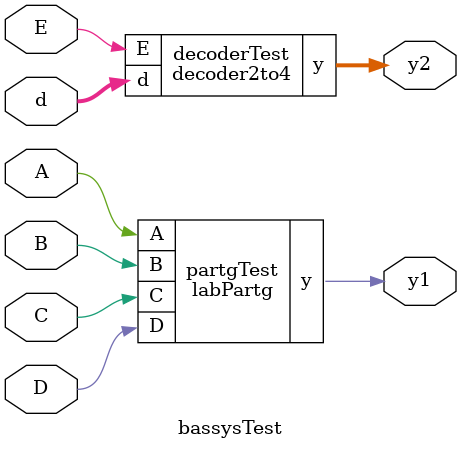
<source format=sv>
`timescale 1ns/1ps
module decoder1to2 (input logic d, E, output logic y0, y1);

    always @(d, E) 
        begin
           y0<=d&E; 
           y1<=~d&E;    
        end

endmodule

//And a testbench for it.
`timescale 1ns/1ps
module testDecoder1to2();
    logic d, E;
    logic y0,y1;

    decoder1to2 uut(d, E, y0, y1);
    initial begin
        E=0; d=0; #10;
        d=1; #10;
        E=1; d=0; #10;
        d=1; #10;
    end

endmodule

//c) Structural SystemVerilog module for a 2-to-4 decoder (including enable signal) 
//using three 1-to-2 decoders. 
`timescale 1ns/1ps
module decoder2to4 (input logic [1:0] d, input logic E, output logic [3:0] y);

    logic [1:0] second;
    
    decoder1to2 decoder0(d[0], E, second[0], second[1]); 
    decoder1to2 decoder1(d[1], second[0], y[0], y[1]); 
    decoder1to2 decoder2(d[1], second[1], y[2], y[3]);
             
endmodule

//And a testbench for it.
`timescale 1ns/1ps
module testDecoder2to4();

    logic [1:0] d;
    logic E;
    logic [3:0] y;

    decoder2to4 uut(d, E, y);
    initial begin
        E=0; d[0]=0; d[1]=0; #10;
        d[0]=1; d[1]=0; #10;
        d[0]=0; d[1]=1; #10;
        d[0]=1; d[1]=1; #10;
        E=1; d[0]=0; d[1]=0; #10;
        d[0]=1; d[1]=0; #10;
        d[0]=0; d[1]=1; #10;
        d[0]=1; d[1]=1; #10;
    end

endmodule

//d) Behavioral SystemVerilog module for a 2-to-1 multiplexer.
`timescale 1ns/1ps
module mux2 (input logic d0, d1, s, output logic y);

    always@(d0, d1, s)
        begin
            if(s==0) y<=d0;
            else y<=d1;
        end

endmodule

//e) Structural SystemVerilog module for a 4-to-1 multiplexer using three 2-to-1 
//multiplexers. 
`timescale 1ns/1ps
module mux4 (input d0,d1,d2,d3,s0,s1,output logic y );

    logic second0, second1;
    mux2 mux2_1(d0, d1, s0, second0);
    mux2 mux2_2(d2, d3, s0, second1);
    mux2 mux2_3(second0, second1, s1, y);

endmodule

//And a testbench for it.
`timescale 1ns/1ps
module testMux4();

    logic d0, d1, d2,d3,s0,s1;
    logic y;

    mux4 uut(d0, d1, d2,d3,s0,s1,y);
    initial begin
        d0=0; d1=0;d2=0;d3=0;
        s0=0; s1=0; d0=1; #10; d0=0;
        s0=1; d1=1; #10; d1=0;
        s1=1; s0=0; d2=1; #10; d2=0;
        s0=1; d3=1; #10; 
    end

endmodule

//f) Structural System Verilog module of 8-to-1 MUX by using two
//4-to-1 MUX modules, two AND gates, an INVERTER, and an OR gate.
`timescale 1ns/1ps
module mux8 (input logic d0,d1,d2,d3,d4,d5,d6,d7,s0,s1,s2,output logic y);

    logic first, second, w1, w2, s2inv;

    mux4 mux4_1( d0,d1,d2,d3,s0,s1, first);
    mux4 mux4_2(d4,d5,d6,d7,s0,s1 , second);
    not inv0(s2inv,s2);
    and and0(w1, s2inv, first);
    and and1(w2, s2, second);
    or or0(y, w1, w2);

endmodule

//And a testbench for it.
`timescale 1ns/1ps
module testMux8();

    logic d0,d1,d2,d3,d4,d5,d6,d7,s0,s1,s2;
    logic y;

    mux8 uut(d0,d1,d2,d3,d4,d5,d6,d7,s0,s1,s2, y);
    initial begin
        d0=0;d1=0;d2=0;d3=0;d4=0;d5=0;d6=0;d7=0;
        s0=0;s1=0;s2=0; d0=1; #10; d0=0;
        s0=1; d1=1; #10; d1=0;
        s1=1; s0=0; d2=1; #10; d2=0;
        s0=1; d3=1; #10; d3=0;
        s2=1; s0=0; s1=0; d4=1; #10; d4=0;
        s2=1; s0=1; s1=0; d5=1; #10; d5=0;
        s2=1; s0=0; s1=1; d6=1; #10; d6=0;
        s2=1; s0=1; s1=1; d7=1; #10; d7=0;

    end

endmodule

//g) SystemVerilog module for the function F, using only one 8-to1 multiplexer 
//and an INVERTER (if you wish).
module labPartg(input logic A, B, C, D, output logic y);

    logic k;
    
    not not0(k,C);
    mux8 mux8Test(C,C,C,C,k,k,k,k,B,D,A,y);

endmodule

module testPsrtg();

    logic A, B, C, D;
    logic y;
    
    labPartg uut (A, B, C, D, y);
    initial begin
        A=0;B=0;C=0;D=0; #10;
       for(int i = 1;i<16;i=i+1)begin
       {A, B, C, D} = i;
       #10;
       end
      end

endmodule


module bassysTest(input logic A, B, C, D, E, input logic [1:0] d, output logic y1, output logic [3:0] y2);

    decoder2to4 decoderTest(d, E, y2);
    labPartg partgTest(A, B, C, D, y1);
    
 endmodule
</source>
